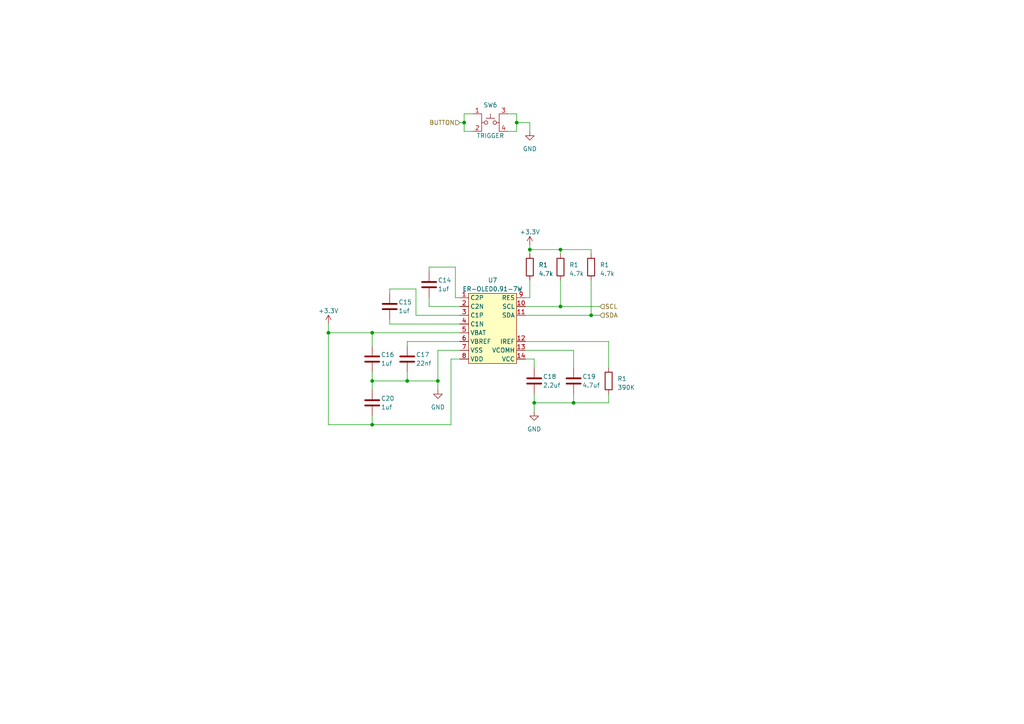
<source format=kicad_sch>
(kicad_sch (version 20230121) (generator eeschema)
  (paper "A4")
  (title_block (title "Tabletop Soundboard") (date "2023-02-21") (rev "0"))
  (lib_symbols
    (symbol "Device:C" (pin_numbers hide) (pin_names (offset 0.254))
      (property "Reference" "C" (at 0.635 2.54 0))
      (property "Value" "C" (at 0.635 -2.54 0))
      (symbol "C_0_1"
        (polyline (pts (xy -2.032 -0.762) (xy 2.032 -0.762)) (stroke (width 0.508)))
        (polyline (pts (xy -2.032 0.762) (xy 2.032 0.762)) (stroke (width 0.508)))
      )
      (symbol "C_1_1"
        (pin passive line (at 0 3.81 270) (length 2.794) (name "~") (number "1"))
        (pin passive line (at 0 -3.81 90) (length 2.794) (name "~") (number "2"))
      )
    )
    (symbol "Device:R" (pin_numbers hide) (pin_names (offset 0))
      (property "Reference" "R" (at 2.032 0 90))
      (property "Value" "R" (at 0 0 90))
      (symbol "R_0_1"
        (rectangle (start -1.016 -2.54) (end 1.016 2.54) (stroke (width 0.254)))
      )
      (symbol "R_1_1"
        (pin passive line (at 0 3.81 270) (length 1.27) (name "~") (number "1"))
        (pin passive line (at 0 -3.81 90) (length 1.27) (name "~") (number "2"))
      )
    )
    (symbol "TTSB:SW_Push_Dual" (pin_names (offset 1.016) hide)
      (property "Reference" "SW" (at 0 2.54 0))
      (property "Value" "SW_Push_Dual" (at 0 -6.858 0))
      (symbol "SW_Push_Dual_0_1"
        (circle (center -1.27 -2.54) (radius 0.508))
        (polyline (pts (xy -2.54 0) (xy -2.54 -5.08)))
        (polyline (pts (xy -1.27 -1.27) (xy 1.27 -1.27)))
        (polyline (pts (xy 0 -1.27) (xy 0 0)))
        (polyline (pts (xy 1.778 -2.54) (xy 2.54 -2.54)))
        (polyline (pts (xy 2.54 -5.08) (xy 2.54 0)))
        (polyline (pts (xy -2.54 -2.54) (xy -2.54 -2.54) (xy -1.778 -2.54)))
        (circle (center 1.27 -2.54) (radius 0.508))
        (pin passive line (at -5.08 0 0) (length 2.54) (name "1") (number "1"))
        (pin passive line (at -5.08 -5.08 0) (length 2.54) (name "2") (number "2"))
        (pin passive line (at 5.08 0 180) (length 2.54) (name "3") (number "3"))
        (pin passive line (at 5.08 -5.08 180) (length 2.54) (name "4") (number "4"))
      )
    )
    (symbol "TTSB:display_ER-OLED0.91-7W"
      (property "Reference" "U" (at 0 2.54 0))
      (property "Value" "ER-OLED0.91-7W" (at 0 -20.32 0))
      (symbol "display_ER-OLED0.91-7W_0_0"
        (pin input line (at -2.54 0 0) (length 2.54) (name "C2P") (number "1"))
        (pin input line (at 16.51 -2.54 180) (length 2.54) (name "SCL") (number "10"))
        (pin input line (at 16.51 -5.08 180) (length 2.54) (name "SDA") (number "11"))
        (pin input line (at 16.51 -12.7 180) (length 2.54) (name "IREF") (number "12"))
        (pin power_in line (at 16.51 -15.24 180) (length 2.54) (name "VCOMH") (number "13"))
        (pin power_in line (at 16.51 -17.78 180) (length 2.54) (name "VCC") (number "14"))
        (pin input line (at -2.54 -2.54 0) (length 2.54) (name "C2N") (number "2"))
        (pin input line (at -2.54 -5.08 0) (length 2.54) (name "C1P") (number "3"))
        (pin input line (at -2.54 -7.62 0) (length 2.54) (name "C1N") (number "4"))
        (pin power_in line (at -2.54 -10.16 0) (length 2.54) (name "VBAT") (number "5"))
        (pin power_in line (at -2.54 -12.7 0) (length 2.54) (name "VBREF") (number "6"))
        (pin power_in line (at -2.54 -15.24 0) (length 2.54) (name "VSS") (number "7"))
        (pin input line (at -2.54 -17.78 0) (length 2.54) (name "VDD") (number "8"))
        (pin input line (at 16.51 0 180) (length 2.54) (name "RES") (number "9"))
      )
      (symbol "display_ER-OLED0.91-7W_0_1"
        (rectangle (start 0 1.27) (end 13.97 -19.05) (fill (type background)))
      )
    )
    (symbol "power:+3.3V" (power) (pin_names (offset 0))
      (property "Value" "+3.3V" (at 0 3.556 0))
      (symbol "+3.3V_0_1"
        (polyline (pts (xy -0.762 1.27) (xy 0 2.54)))
        (polyline (pts (xy 0 0) (xy 0 2.54)))
        (polyline (pts (xy 0 2.54) (xy 0.762 1.27)))
      )
      (symbol "+3.3V_1_1"
        (pin power_in line (at 0 0 90) (length 0) hide (name "+3.3V") (number "1"))
      )
    )
    (symbol "power:GND" (power) (pin_names (offset 0))
      (property "Value" "GND" (at 0 -3.81 0))
      (symbol "GND_0_1"
        (polyline (pts (xy 0 0) (xy 0 -1.27) (xy 1.27 -1.27) (xy 0 -2.54) (xy -1.27 -1.27) (xy 0 -1.27)))
      )
      (symbol "GND_1_1"
        (pin power_in line (at 0 0 270) (length 0) hide (name "GND") (number "1"))
      )
    )
  )
  (junction (at 95.25 96.52))
  (junction (at 162.56 72.39))
  (junction (at 166.37 116.84))
  (junction (at 107.95 96.52))
  (junction (at 153.67 72.39))
  (junction (at 134.62 35.56))
  (junction (at 149.86 35.56))
  (junction (at 107.95 110.49))
  (junction (at 118.11 110.49))
  (junction (at 107.95 123.19))
  (junction (at 127 110.49))
  (junction (at 154.94 116.84))
  (junction (at 171.45 91.44))
  (junction (at 162.56 88.9))
  (wire (pts (xy 133.35 91.44) (xy 120.65 91.44)))
  (wire (pts (xy 162.56 73.66) (xy 162.56 72.39)))
  (wire (pts (xy 153.67 72.39) (xy 153.67 71.12)))
  (wire (pts (xy 176.53 116.84) (xy 166.37 116.84)))
  (wire (pts (xy 149.86 35.56) (xy 153.67 35.56)))
  (wire (pts (xy 134.62 33.02) (xy 137.16 33.02)))
  (wire (pts (xy 176.53 114.3) (xy 176.53 116.84)))
  (wire (pts (xy 152.4 104.14) (xy 154.94 104.14)))
  (wire (pts (xy 149.86 33.02) (xy 147.32 33.02)))
  (wire (pts (xy 107.95 123.19) (xy 95.25 123.19)))
  (wire (pts (xy 133.35 35.56) (xy 134.62 35.56)))
  (wire (pts (xy 171.45 91.44) (xy 173.99 91.44)))
  (wire (pts (xy 154.94 116.84) (xy 166.37 116.84)))
  (wire (pts (xy 149.86 38.1) (xy 147.32 38.1)))
  (wire (pts (xy 132.08 77.47) (xy 124.46 77.47)))
  (wire (pts (xy 107.95 123.19) (xy 107.95 120.65)))
  (wire (pts (xy 113.03 93.98) (xy 133.35 93.98)))
  (wire (pts (xy 153.67 86.36) (xy 152.4 86.36)))
  (wire (pts (xy 133.35 104.14) (xy 130.81 104.14)))
  (wire (pts (xy 107.95 110.49) (xy 107.95 113.03)))
  (wire (pts (xy 154.94 114.3) (xy 154.94 116.84)))
  (wire (pts (xy 176.53 99.06) (xy 176.53 106.68)))
  (wire (pts (xy 95.25 96.52) (xy 107.95 96.52)))
  (wire (pts (xy 120.65 91.44) (xy 120.65 83.82)))
  (wire (pts (xy 152.4 88.9) (xy 162.56 88.9)))
  (wire (pts (xy 149.86 35.56) (xy 149.86 38.1)))
  (wire (pts (xy 134.62 33.02) (xy 134.62 35.56)))
  (wire (pts (xy 171.45 73.66) (xy 171.45 72.39)))
  (wire (pts (xy 152.4 101.6) (xy 166.37 101.6)))
  (wire (pts (xy 154.94 104.14) (xy 154.94 106.68)))
  (wire (pts (xy 162.56 81.28) (xy 162.56 88.9)))
  (wire (pts (xy 152.4 91.44) (xy 171.45 91.44)))
  (wire (pts (xy 130.81 104.14) (xy 130.81 123.19)))
  (wire (pts (xy 132.08 86.36) (xy 132.08 77.47)))
  (wire (pts (xy 133.35 88.9) (xy 124.46 88.9)))
  (wire (pts (xy 153.67 86.36) (xy 153.67 81.28)))
  (wire (pts (xy 166.37 114.3) (xy 166.37 116.84)))
  (wire (pts (xy 152.4 99.06) (xy 176.53 99.06)))
  (wire (pts (xy 153.67 73.66) (xy 153.67 72.39)))
  (wire (pts (xy 130.81 123.19) (xy 107.95 123.19)))
  (wire (pts (xy 107.95 96.52) (xy 133.35 96.52)))
  (wire (pts (xy 171.45 81.28) (xy 171.45 91.44)))
  (wire (pts (xy 120.65 83.82) (xy 113.03 83.82)))
  (wire (pts (xy 107.95 96.52) (xy 107.95 100.33)))
  (wire (pts (xy 162.56 72.39) (xy 171.45 72.39)))
  (wire (pts (xy 118.11 107.95) (xy 118.11 110.49)))
  (wire (pts (xy 107.95 107.95) (xy 107.95 110.49)))
  (wire (pts (xy 154.94 116.84) (xy 154.94 119.38)))
  (wire (pts (xy 107.95 110.49) (xy 118.11 110.49)))
  (wire (pts (xy 137.16 38.1) (xy 134.62 38.1)))
  (wire (pts (xy 113.03 92.71) (xy 113.03 93.98)))
  (wire (pts (xy 149.86 33.02) (xy 149.86 35.56)))
  (wire (pts (xy 124.46 77.47) (xy 124.46 78.74)))
  (wire (pts (xy 118.11 110.49) (xy 127 110.49)))
  (wire (pts (xy 113.03 83.82) (xy 113.03 85.09)))
  (wire (pts (xy 118.11 99.06) (xy 133.35 99.06)))
  (wire (pts (xy 127 101.6) (xy 133.35 101.6)))
  (wire (pts (xy 95.25 93.98) (xy 95.25 96.52)))
  (wire (pts (xy 118.11 99.06) (xy 118.11 100.33)))
  (wire (pts (xy 153.67 72.39) (xy 162.56 72.39)))
  (wire (pts (xy 134.62 38.1) (xy 134.62 35.56)))
  (wire (pts (xy 153.67 35.56) (xy 153.67 38.1)))
  (wire (pts (xy 124.46 88.9) (xy 124.46 86.36)))
  (wire (pts (xy 162.56 88.9) (xy 173.99 88.9)))
  (wire (pts (xy 127 110.49) (xy 127 101.6)))
  (wire (pts (xy 166.37 101.6) (xy 166.37 106.68)))
  (wire (pts (xy 127 110.49) (xy 127 113.03)))
  (wire (pts (xy 133.35 86.36) (xy 132.08 86.36)))
  (wire (pts (xy 95.25 96.52) (xy 95.25 123.19)))
  (hierarchical_label "BUTTON" (shape input) (at 133.35 35.56 180))
  (hierarchical_label "SCL" (shape input) (at 173.99 88.9 0))
  (hierarchical_label "SDA" (shape input) (at 173.99 91.44 0))
  (symbol (lib_id "power:+3.3V") (at 153.67 71.12 0) (unit 1)
    (property "Reference" "#PWR034" (effects hide))
    (property "Value" "+3.3V" (at 153.67 67.31 0))
    (instances (project "tabletop-soundboard" (path "" (reference "#PWR034") (unit 1)) (path "" (reference "#PWR040") (unit 1)) (path "" (reference "#PWR046") (unit 1)) (path "" (reference "#PWR052") (unit 1)) (path "" (reference "#PWR058") (unit 1)) (path "" (reference "#PWR064") (unit 1)) (path "" (reference "#PWR070") (unit 1)) (path "" (reference "#PWR076") (unit 1))))
  )
  (symbol (lib_id "TTSB:SW_Push_Dual") (at 142.24 33.02 0) (unit 1)
    (property "Reference" "SW6" (at 142.24 30.48 0))
    (property "Value" "TRIGGER" (at 142.24 39.37 0))
    (property "Footprint" "TTSB:BUTTON_SOFT_TACTILE" (effects hide))
    (instances (project "tabletop-soundboard" (path "" (reference "SW6") (unit 1)) (path "" (reference "SW8") (unit 1)) (path "" (reference "SW10") (unit 1)) (path "" (reference "SW12") (unit 1)) (path "" (reference "SW14") (unit 1)) (path "" (reference "SW16") (unit 1)) (path "" (reference "SW18") (unit 1)) (path "" (reference "SW20") (unit 1))))
  )
  (symbol (lib_id "power:+3.3V") (at 95.25 93.98 0) (unit 1)
    (property "Reference" "#PWR035" (effects hide))
    (property "Value" "+3.3V" (at 95.25 90.17 0))
    (instances (project "tabletop-soundboard" (path "" (reference "#PWR035") (unit 1)) (path "" (reference "#PWR041") (unit 1)) (path "" (reference "#PWR047") (unit 1)) (path "" (reference "#PWR053") (unit 1)) (path "" (reference "#PWR059") (unit 1)) (path "" (reference "#PWR065") (unit 1)) (path "" (reference "#PWR071") (unit 1)) (path "" (reference "#PWR077") (unit 1))))
  )
  (symbol (lib_id "power:GND") (at 127 113.03 0) (unit 1)
    (property "Reference" "#PWR036" (effects hide))
    (property "Value" "GND" (at 127 118.11 0))
    (instances (project "tabletop-soundboard" (path "" (reference "#PWR036") (unit 1)) (path "" (reference "#PWR042") (unit 1)) (path "" (reference "#PWR048") (unit 1)) (path "" (reference "#PWR054") (unit 1)) (path "" (reference "#PWR060") (unit 1)) (path "" (reference "#PWR066") (unit 1)) (path "" (reference "#PWR072") (unit 1)) (path "" (reference "#PWR078") (unit 1))))
  )
  (symbol (lib_id "Device:R") (at 171.45 77.47 0) (unit 1)
    (property "Reference" "R1" (at 173.99 76.835 0) (effects (justify left)))
    (property "Value" "4.7k" (at 173.99 79.375 0) (effects (justify left)))
    (property "Footprint" "Resistor_SMD:R_0603_1608Metric_Pad0.98x0.95mm_HandSolder" (effects hide))
    (instances (project "tabletop-soundboard" (path "" (reference "R1") (unit 1)) (path "" (reference "R15") (unit 1)) (path "" (reference "R19") (unit 1)) (path "" (reference "R23") (unit 1)) (path "" (reference "R27") (unit 1)) (path "" (reference "R31") (unit 1)) (path "" (reference "R35") (unit 1)) (path "" (reference "R39") (unit 1)) (path "" (reference "R43") (unit 1))))
  )
  (symbol (lib_id "Device:R") (at 176.53 110.49 0) (unit 1)
    (property "Reference" "R1" (at 179.07 109.855 0) (effects (justify left)))
    (property "Value" "390K" (at 179.07 112.395 0) (effects (justify left)))
    (property "Footprint" "Resistor_SMD:R_0603_1608Metric_Pad0.98x0.95mm_HandSolder" (effects hide))
    (instances (project "tabletop-soundboard" (path "" (reference "R1") (unit 1)) (path "" (reference "R16") (unit 1)) (path "" (reference "R20") (unit 1)) (path "" (reference "R24") (unit 1)) (path "" (reference "R28") (unit 1)) (path "" (reference "R32") (unit 1)) (path "" (reference "R36") (unit 1)) (path "" (reference "R40") (unit 1)) (path "" (reference "R44") (unit 1))))
  )
  (symbol (lib_id "Device:C") (at 166.37 110.49 0) (unit 1)
    (property "Reference" "C19" (at 168.91 109.22 0) (effects (justify left)))
    (property "Value" "4.7uf" (at 168.91 111.76 0) (effects (justify left)))
    (property "Footprint" "Capacitor_SMD:C_0603_1608Metric_Pad1.08x0.95mm_HandSolder" (effects hide))
    (instances (project "tabletop-soundboard" (path "" (reference "C19") (unit 1)) (path "" (reference "C26") (unit 1)) (path "" (reference "C33") (unit 1)) (path "" (reference "C40") (unit 1)) (path "" (reference "C47") (unit 1)) (path "" (reference "C54") (unit 1)) (path "" (reference "C61") (unit 1)) (path "" (reference "C68") (unit 1))))
  )
  (symbol (lib_id "Device:C") (at 113.03 88.9 0) (unit 1)
    (property "Reference" "C15" (at 115.57 87.63 0) (effects (justify left)))
    (property "Value" "1uf" (at 115.57 90.17 0) (effects (justify left)))
    (property "Footprint" "Capacitor_SMD:C_0603_1608Metric_Pad1.08x0.95mm_HandSolder" (effects hide))
    (instances (project "tabletop-soundboard" (path "" (reference "C15") (unit 1)) (path "" (reference "C22") (unit 1)) (path "" (reference "C29") (unit 1)) (path "" (reference "C36") (unit 1)) (path "" (reference "C43") (unit 1)) (path "" (reference "C50") (unit 1)) (path "" (reference "C57") (unit 1)) (path "" (reference "C64") (unit 1))))
  )
  (symbol (lib_id "Device:C") (at 107.95 104.14 0) (unit 1)
    (property "Reference" "C16" (at 110.49 102.87 0) (effects (justify left)))
    (property "Value" "1uf" (at 110.49 105.41 0) (effects (justify left)))
    (property "Footprint" "Capacitor_SMD:C_0603_1608Metric_Pad1.08x0.95mm_HandSolder" (effects hide))
    (instances (project "tabletop-soundboard" (path "" (reference "C16") (unit 1)) (path "" (reference "C23") (unit 1)) (path "" (reference "C30") (unit 1)) (path "" (reference "C37") (unit 1)) (path "" (reference "C44") (unit 1)) (path "" (reference "C51") (unit 1)) (path "" (reference "C58") (unit 1)) (path "" (reference "C65") (unit 1))))
  )
  (symbol (lib_id "Device:C") (at 124.46 82.55 0) (unit 1)
    (property "Reference" "C14" (at 127 81.28 0) (effects (justify left)))
    (property "Value" "1uf" (at 127 83.82 0) (effects (justify left)))
    (property "Footprint" "Capacitor_SMD:C_0603_1608Metric_Pad1.08x0.95mm_HandSolder" (effects hide))
    (instances (project "tabletop-soundboard" (path "" (reference "C14") (unit 1)) (path "" (reference "C21") (unit 1)) (path "" (reference "C28") (unit 1)) (path "" (reference "C35") (unit 1)) (path "" (reference "C42") (unit 1)) (path "" (reference "C49") (unit 1)) (path "" (reference "C56") (unit 1)) (path "" (reference "C63") (unit 1))))
  )
  (symbol (lib_id "Device:C") (at 154.94 110.49 0) (unit 1)
    (property "Reference" "C18" (at 157.48 109.22 0) (effects (justify left)))
    (property "Value" "2.2uf" (at 157.48 111.76 0) (effects (justify left)))
    (property "Footprint" "Capacitor_SMD:C_0603_1608Metric_Pad1.08x0.95mm_HandSolder" (effects hide))
    (instances (project "tabletop-soundboard" (path "" (reference "C18") (unit 1)) (path "" (reference "C25") (unit 1)) (path "" (reference "C32") (unit 1)) (path "" (reference "C39") (unit 1)) (path "" (reference "C46") (unit 1)) (path "" (reference "C53") (unit 1)) (path "" (reference "C60") (unit 1)) (path "" (reference "C67") (unit 1))))
  )
  (symbol (lib_id "Device:C") (at 118.11 104.14 0) (unit 1)
    (property "Reference" "C17" (at 120.65 102.87 0) (effects (justify left)))
    (property "Value" "22nf" (at 120.65 105.41 0) (effects (justify left)))
    (property "Footprint" "Capacitor_SMD:C_0603_1608Metric_Pad1.08x0.95mm_HandSolder" (effects hide))
    (instances (project "tabletop-soundboard" (path "" (reference "C17") (unit 1)) (path "" (reference "C24") (unit 1)) (path "" (reference "C31") (unit 1)) (path "" (reference "C38") (unit 1)) (path "" (reference "C45") (unit 1)) (path "" (reference "C52") (unit 1)) (path "" (reference "C59") (unit 1)) (path "" (reference "C66") (unit 1))))
  )
  (symbol (lib_id "Device:R") (at 153.67 77.47 0) (unit 1)
    (property "Reference" "R1" (at 156.21 76.835 0) (effects (justify left)))
    (property "Value" "4.7k" (at 156.21 79.375 0) (effects (justify left)))
    (property "Footprint" "Resistor_SMD:R_0603_1608Metric_Pad0.98x0.95mm_HandSolder" (effects hide))
    (instances (project "tabletop-soundboard" (path "" (reference "R1") (unit 1)) (path "" (reference "R13") (unit 1)) (path "" (reference "R17") (unit 1)) (path "" (reference "R21") (unit 1)) (path "" (reference "R25") (unit 1)) (path "" (reference "R29") (unit 1)) (path "" (reference "R33") (unit 1)) (path "" (reference "R37") (unit 1)) (path "" (reference "R41") (unit 1))))
  )
  (symbol (lib_id "power:GND") (at 153.67 38.1 0) (unit 1)
    (property "Reference" "#PWR032" (effects hide))
    (property "Value" "GND" (at 153.67 43.18 0))
    (instances (project "tabletop-soundboard" (path "" (reference "#PWR032") (unit 1)) (path "" (reference "#PWR038") (unit 1)) (path "" (reference "#PWR044") (unit 1)) (path "" (reference "#PWR050") (unit 1)) (path "" (reference "#PWR056") (unit 1)) (path "" (reference "#PWR062") (unit 1)) (path "" (reference "#PWR068") (unit 1)) (path "" (reference "#PWR074") (unit 1))))
  )
  (symbol (lib_id "TTSB:display_ER-OLED0.91-7W") (at 135.89 86.36 0) (unit 1)
    (property "Reference" "U7" (at 142.875 81.28 0))
    (property "Value" "ER-OLED0.91-7W" (at 142.875 83.82 0))
    (property "Footprint" "TTSB:ER-OLED0.91-1" (effects hide))
    (property "Datasheet" "https://www.buydisplay.com/download/manual/ER-OLED0.91-7_Series_Datasheet.pdf" (effects hide))
    (instances (project "tabletop-soundboard" (path "" (reference "U7") (unit 1)) (path "" (reference "U8") (unit 1)) (path "" (reference "U9") (unit 1)) (path "" (reference "U10") (unit 1)) (path "" (reference "U11") (unit 1)) (path "" (reference "U12") (unit 1)) (path "" (reference "U13") (unit 1)) (path "" (reference "U14") (unit 1))))
  )
  (symbol (lib_id "Device:C") (at 107.95 116.84 0) (unit 1)
    (property "Reference" "C20" (at 110.49 115.57 0) (effects (justify left)))
    (property "Value" "1uf" (at 110.49 118.11 0) (effects (justify left)))
    (property "Footprint" "Capacitor_SMD:C_0603_1608Metric_Pad1.08x0.95mm_HandSolder" (effects hide))
    (instances (project "tabletop-soundboard" (path "" (reference "C20") (unit 1)) (path "" (reference "C27") (unit 1)) (path "" (reference "C34") (unit 1)) (path "" (reference "C41") (unit 1)) (path "" (reference "C48") (unit 1)) (path "" (reference "C55") (unit 1)) (path "" (reference "C62") (unit 1)) (path "" (reference "C69") (unit 1))))
  )
  (symbol (lib_id "power:GND") (at 154.94 119.38 0) (unit 1)
    (property "Reference" "#PWR037" (effects hide))
    (property "Value" "GND" (at 154.94 124.46 0))
    (instances (project "tabletop-soundboard" (path "" (reference "#PWR037") (unit 1)) (path "" (reference "#PWR043") (unit 1)) (path "" (reference "#PWR049") (unit 1)) (path "" (reference "#PWR055") (unit 1)) (path "" (reference "#PWR061") (unit 1)) (path "" (reference "#PWR067") (unit 1)) (path "" (reference "#PWR073") (unit 1)) (path "" (reference "#PWR079") (unit 1))))
  )
  (symbol (lib_id "Device:R") (at 162.56 77.47 0) (unit 1)
    (property "Reference" "R1" (at 165.1 76.835 0) (effects (justify left)))
    (property "Value" "4.7k" (at 165.1 79.375 0) (effects (justify left)))
    (property "Footprint" "Resistor_SMD:R_0603_1608Metric_Pad0.98x0.95mm_HandSolder" (effects hide))
    (instances (project "tabletop-soundboard" (path "" (reference "R1") (unit 1)) (path "" (reference "R14") (unit 1)) (path "" (reference "R18") (unit 1)) (path "" (reference "R22") (unit 1)) (path "" (reference "R26") (unit 1)) (path "" (reference "R30") (unit 1)) (path "" (reference "R34") (unit 1)) (path "" (reference "R38") (unit 1)) (path "" (reference "R42") (unit 1))))
  )
)
</source>
